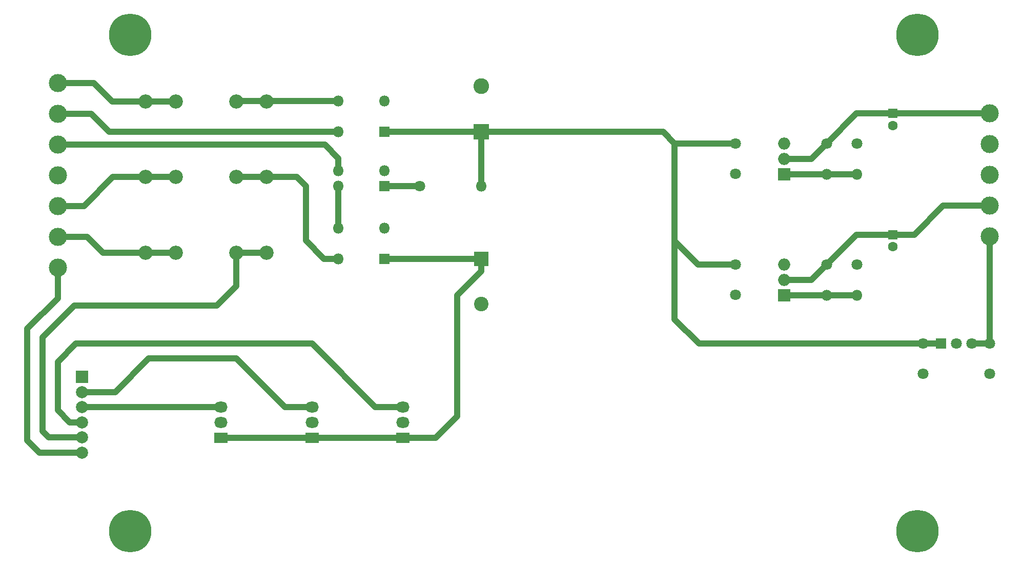
<source format=gbr>
G04 #@! TF.GenerationSoftware,KiCad,Pcbnew,(5.1.7)-1*
G04 #@! TF.CreationDate,2021-11-13T12:17:59+01:00*
G04 #@! TF.ProjectId,ct-1740-psu-board,63742d31-3734-4302-9d70-73752d626f61,rev?*
G04 #@! TF.SameCoordinates,Original*
G04 #@! TF.FileFunction,Copper,L1,Top*
G04 #@! TF.FilePolarity,Positive*
%FSLAX46Y46*%
G04 Gerber Fmt 4.6, Leading zero omitted, Abs format (unit mm)*
G04 Created by KiCad (PCBNEW (5.1.7)-1) date 2021-11-13 12:17:59*
%MOMM*%
%LPD*%
G01*
G04 APERTURE LIST*
G04 #@! TA.AperFunction,ComponentPad*
%ADD10R,2.400000X2.400000*%
G04 #@! TD*
G04 #@! TA.AperFunction,ComponentPad*
%ADD11C,2.400000*%
G04 #@! TD*
G04 #@! TA.AperFunction,ComponentPad*
%ADD12C,1.800000*%
G04 #@! TD*
G04 #@! TA.AperFunction,ComponentPad*
%ADD13R,2.600000X2.600000*%
G04 #@! TD*
G04 #@! TA.AperFunction,ComponentPad*
%ADD14C,2.600000*%
G04 #@! TD*
G04 #@! TA.AperFunction,ComponentPad*
%ADD15O,1.800000X1.800000*%
G04 #@! TD*
G04 #@! TA.AperFunction,ComponentPad*
%ADD16R,2.200000X1.800000*%
G04 #@! TD*
G04 #@! TA.AperFunction,ComponentPad*
%ADD17O,2.200000X1.800000*%
G04 #@! TD*
G04 #@! TA.AperFunction,ComponentPad*
%ADD18R,1.800000X1.800000*%
G04 #@! TD*
G04 #@! TA.AperFunction,ComponentPad*
%ADD19C,7.000000*%
G04 #@! TD*
G04 #@! TA.AperFunction,ComponentPad*
%ADD20R,1.600000X1.600000*%
G04 #@! TD*
G04 #@! TA.AperFunction,ComponentPad*
%ADD21C,1.600000*%
G04 #@! TD*
G04 #@! TA.AperFunction,ComponentPad*
%ADD22R,2.000000X2.000000*%
G04 #@! TD*
G04 #@! TA.AperFunction,ComponentPad*
%ADD23O,2.000000X2.000000*%
G04 #@! TD*
G04 #@! TA.AperFunction,ComponentPad*
%ADD24C,3.000000*%
G04 #@! TD*
G04 #@! TA.AperFunction,ComponentPad*
%ADD25C,2.000000*%
G04 #@! TD*
G04 #@! TA.AperFunction,ComponentPad*
%ADD26C,2.350000*%
G04 #@! TD*
G04 #@! TA.AperFunction,Conductor*
%ADD27C,1.000000*%
G04 #@! TD*
G04 APERTURE END LIST*
D10*
X98000000Y-61000000D03*
D11*
X98000000Y-68500000D03*
D12*
X170920000Y-75000000D03*
X170920000Y-80000000D03*
D13*
X98000000Y-40000000D03*
D14*
X98000000Y-32500000D03*
D12*
X160000000Y-61920000D03*
D15*
X160000000Y-67000000D03*
X155000000Y-67000000D03*
D12*
X155000000Y-61920000D03*
X160000000Y-41920000D03*
D15*
X160000000Y-47000000D03*
D12*
X155000000Y-41920000D03*
D15*
X155000000Y-47000000D03*
D16*
X85000000Y-90540000D03*
D17*
X85000000Y-88000000D03*
X85000000Y-85460000D03*
D18*
X82000000Y-61000000D03*
D15*
X74380000Y-55920000D03*
X82000000Y-55920000D03*
X74380000Y-61000000D03*
D19*
X170000000Y-106000000D03*
X40000000Y-106000000D03*
X170000000Y-24000000D03*
X40000000Y-24000000D03*
D16*
X70000000Y-90540000D03*
D17*
X70000000Y-88000000D03*
X70000000Y-85460000D03*
D16*
X55000000Y-90540000D03*
D17*
X55000000Y-88000000D03*
X55000000Y-85460000D03*
D15*
X74380000Y-49000000D03*
X82000000Y-46460000D03*
X74380000Y-46460000D03*
D18*
X82000000Y-49000000D03*
D12*
X87840000Y-49000000D03*
D15*
X98000000Y-49000000D03*
X74380000Y-40000000D03*
X82000000Y-34920000D03*
X74380000Y-34920000D03*
D18*
X82000000Y-40000000D03*
D20*
X166000000Y-57000000D03*
D21*
X166000000Y-59000000D03*
D12*
X140000000Y-61960000D03*
X140000000Y-66960000D03*
D20*
X166000000Y-37000000D03*
D21*
X166000000Y-39000000D03*
D12*
X140000000Y-41960000D03*
X140000000Y-46960000D03*
D22*
X148000000Y-67000000D03*
D23*
X148000000Y-64460000D03*
X148000000Y-61920000D03*
D22*
X148000000Y-47000000D03*
D23*
X148000000Y-44460000D03*
X148000000Y-41920000D03*
D12*
X182000000Y-75000000D03*
X182000000Y-80000000D03*
X176460000Y-75000000D03*
D18*
X173920000Y-75000000D03*
D12*
X179000000Y-75000000D03*
D24*
X182000000Y-37000000D03*
X182000000Y-42080000D03*
X182000000Y-47160000D03*
X182000000Y-52240000D03*
X182000000Y-57320000D03*
D25*
X32000000Y-93000000D03*
X32000000Y-90500000D03*
X32000000Y-88000000D03*
X32000000Y-85500000D03*
X32000000Y-83000000D03*
D22*
X32000000Y-80500000D03*
D24*
X28000000Y-32000000D03*
X28000000Y-37080000D03*
X28000000Y-42160000D03*
X28000000Y-47240000D03*
X28000000Y-52320000D03*
X28000000Y-57400000D03*
X28000000Y-62480000D03*
D26*
X57500000Y-35000000D03*
X62500000Y-35000000D03*
X47500000Y-35000000D03*
X42500000Y-35000000D03*
X57500000Y-47500000D03*
X62500000Y-47500000D03*
X47500000Y-47500000D03*
X42500000Y-47500000D03*
X57500000Y-60000000D03*
X62500000Y-60000000D03*
X47500000Y-60000000D03*
X42500000Y-60000000D03*
D27*
X37500000Y-83000000D02*
X32000000Y-83000000D01*
X43040000Y-77460000D02*
X37500000Y-83000000D01*
X57540000Y-77460000D02*
X43040000Y-77460000D01*
X65540000Y-85460000D02*
X57540000Y-77460000D01*
X70000000Y-85460000D02*
X65540000Y-85460000D01*
X32040000Y-85460000D02*
X32000000Y-85500000D01*
X55000000Y-85460000D02*
X32040000Y-85460000D01*
X107000000Y-40000000D02*
X98000000Y-40000000D01*
X123000000Y-40000000D02*
X103000000Y-40000000D01*
X140000000Y-41920000D02*
X129920000Y-41920000D01*
X128000000Y-40000000D02*
X123000000Y-40000000D01*
X129920000Y-41920000D02*
X128000000Y-40000000D01*
X133760000Y-61920000D02*
X129920000Y-58080000D01*
X140000000Y-61920000D02*
X133760000Y-61920000D01*
X129920000Y-41920000D02*
X129920000Y-58080000D01*
X82000000Y-40000000D02*
X98000000Y-40000000D01*
X98000000Y-49000000D02*
X98000000Y-40000000D01*
X129920000Y-71000000D02*
X129920000Y-58080000D01*
X133920000Y-75000000D02*
X129920000Y-71000000D01*
X170920000Y-75000000D02*
X133920000Y-75000000D01*
X170920000Y-75000000D02*
X173920000Y-75000000D01*
X182000000Y-75000000D02*
X179000000Y-75000000D01*
X182000000Y-57320000D02*
X182000000Y-75000000D01*
X42500000Y-47500000D02*
X47500000Y-47500000D01*
X37140000Y-47500000D02*
X32320000Y-52320000D01*
X42500000Y-47500000D02*
X37140000Y-47500000D01*
X28000000Y-52320000D02*
X32320000Y-52320000D01*
X28000000Y-57400000D02*
X32900000Y-57400000D01*
X35500000Y-60000000D02*
X47500000Y-60000000D01*
X32900000Y-57400000D02*
X35500000Y-60000000D01*
X34000000Y-32000000D02*
X37000000Y-35000000D01*
X28000000Y-32000000D02*
X34000000Y-32000000D01*
X37000000Y-35000000D02*
X47500000Y-35000000D01*
X148000000Y-67000000D02*
X160000000Y-67000000D01*
X28000000Y-42160000D02*
X71160000Y-42160000D01*
X74380000Y-46460000D02*
X74380000Y-44380000D01*
X72160000Y-42160000D02*
X71160000Y-42160000D01*
X74380000Y-44380000D02*
X72160000Y-42160000D01*
X82000000Y-49000000D02*
X87840000Y-49000000D01*
X148000000Y-47000000D02*
X160000000Y-47000000D01*
X55000000Y-90540000D02*
X70000000Y-90540000D01*
X82000000Y-61000000D02*
X98000000Y-61000000D01*
X70000000Y-90540000D02*
X85000000Y-90540000D01*
X94000000Y-87000000D02*
X90460000Y-90540000D01*
X85000000Y-90540000D02*
X90460000Y-90540000D01*
X98000000Y-63000000D02*
X94000000Y-67000000D01*
X98000000Y-61000000D02*
X98000000Y-63000000D01*
X94000000Y-67000000D02*
X94000000Y-87000000D01*
X152460000Y-44460000D02*
X155000000Y-41920000D01*
X148000000Y-44460000D02*
X152460000Y-44460000D01*
X182000000Y-37000000D02*
X166000000Y-37000000D01*
X159920000Y-37000000D02*
X155000000Y-41920000D01*
X166000000Y-37000000D02*
X159920000Y-37000000D01*
X152460000Y-64460000D02*
X155000000Y-61920000D01*
X148000000Y-64460000D02*
X152460000Y-64460000D01*
X159920000Y-57000000D02*
X155000000Y-61920000D01*
X166000000Y-57000000D02*
X159920000Y-57000000D01*
X169480000Y-57000000D02*
X174240000Y-52240000D01*
X166000000Y-57000000D02*
X169480000Y-57000000D01*
X182000000Y-52240000D02*
X174240000Y-52240000D01*
X74380000Y-49000000D02*
X74380000Y-55920000D01*
X57500000Y-47500000D02*
X62500000Y-47500000D01*
X62500000Y-47500000D02*
X67500000Y-47500000D01*
X67500000Y-47500000D02*
X69000000Y-49000000D01*
X72000000Y-61000000D02*
X69000000Y-58000000D01*
X74380000Y-61000000D02*
X72000000Y-61000000D01*
X69000000Y-49000000D02*
X69000000Y-58000000D01*
X33580000Y-37080000D02*
X36500000Y-40000000D01*
X28000000Y-37080000D02*
X33580000Y-37080000D01*
X74380000Y-40000000D02*
X36500000Y-40000000D01*
X57580000Y-34920000D02*
X57500000Y-35000000D01*
X74380000Y-34920000D02*
X57580000Y-34920000D01*
X62500000Y-60000000D02*
X57500000Y-60000000D01*
X25500000Y-89500000D02*
X25500000Y-74000000D01*
X26500000Y-90500000D02*
X25500000Y-89500000D01*
X32000000Y-90500000D02*
X26500000Y-90500000D01*
X57500000Y-60000000D02*
X57500000Y-65500000D01*
X54250000Y-68750000D02*
X30750000Y-68750000D01*
X57500000Y-65500000D02*
X54250000Y-68750000D01*
X25500000Y-74000000D02*
X30750000Y-68750000D01*
X28000000Y-67500000D02*
X28000000Y-62480000D01*
X32000000Y-93000000D02*
X25000000Y-93000000D01*
X25000000Y-93000000D02*
X23000000Y-91000000D01*
X23000000Y-72500000D02*
X28000000Y-67500000D01*
X23000000Y-91000000D02*
X23000000Y-72500000D01*
X85000000Y-85460000D02*
X80460000Y-85460000D01*
X80460000Y-85460000D02*
X70000000Y-75000000D01*
X70000000Y-75000000D02*
X31000000Y-75000000D01*
X31000000Y-75000000D02*
X28000000Y-78000000D01*
X28000000Y-78000000D02*
X28000000Y-86000000D01*
X30000000Y-88000000D02*
X32000000Y-88000000D01*
X28000000Y-86000000D02*
X30000000Y-88000000D01*
M02*

</source>
